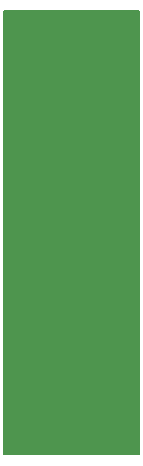
<source format=gbr>
G04 #@! TF.GenerationSoftware,KiCad,Pcbnew,(6.0.0-rc1-dev-205-gc0615c5ef)*
G04 #@! TF.CreationDate,2018-08-06T10:52:28+02:00*
G04 #@! TF.ProjectId,DIODECOVER01C,44494F4445434F5645523031432E6B69,REV*
G04 #@! TF.SameCoordinates,Original*
G04 #@! TF.FileFunction,Soldermask,Top*
G04 #@! TF.FilePolarity,Negative*
%FSLAX46Y46*%
G04 Gerber Fmt 4.6, Leading zero omitted, Abs format (unit mm)*
G04 Created by KiCad (PCBNEW (6.0.0-rc1-dev-205-gc0615c5ef)) date 08/06/18 10:52:28*
%MOMM*%
%LPD*%
G01*
G04 APERTURE LIST*
%ADD10C,0.150000*%
%ADD11R,2.400000X1.600000*%
G04 APERTURE END LIST*
D10*
G36*
X5080000Y39370000D02*
X16510000Y39370000D01*
X16510000Y1905000D01*
X5080000Y1905000D01*
X5080000Y39370000D01*
G37*
X5080000Y39370000D02*
X16510000Y39370000D01*
X16510000Y1905000D01*
X5080000Y1905000D01*
X5080000Y39370000D01*
D11*
G04 #@! TO.C,J1*
X10795000Y25400000D03*
X10795000Y27940000D03*
G04 #@! TD*
M02*

</source>
